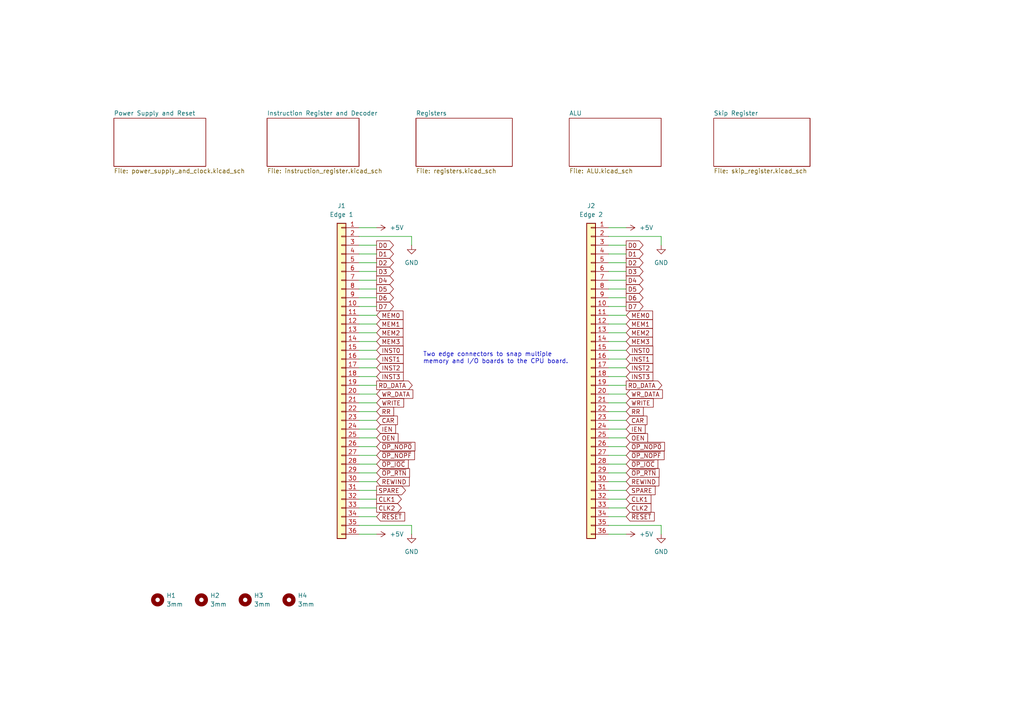
<source format=kicad_sch>
(kicad_sch (version 20231120) (generator "eeschema") (generator_version "8.0")
  (paper "A4")
  (title_block (title "UE14500 TTL 1-bit Microprocessor") (date "2025") (rev "1") (comment 1 "Copyright (c) 2025 Rhys Weatherley") (comment 3 "Edge Connectors"))
  (lib_symbols
    (symbol "Connector_Generic:Conn_01x36" (pin_names (offset 1.016) hide)
      (property "Reference" "J" (at 0 45.72 0))
      (property "Value" "Conn_01x36" (at 0 -48.26 0))
      (symbol "Conn_01x36_1_1"
        (rectangle (start -1.27 -45.593) (end 0 -45.847) (stroke (width 0.1524)))
        (rectangle (start -1.27 -43.053) (end 0 -43.307) (stroke (width 0.1524)))
        (rectangle (start -1.27 -40.513) (end 0 -40.767) (stroke (width 0.1524)))
        (rectangle (start -1.27 -37.973) (end 0 -38.227) (stroke (width 0.1524)))
        (rectangle (start -1.27 -35.433) (end 0 -35.687) (stroke (width 0.1524)))
        (rectangle (start -1.27 -32.893) (end 0 -33.147) (stroke (width 0.1524)))
        (rectangle (start -1.27 -30.353) (end 0 -30.607) (stroke (width 0.1524)))
        (rectangle (start -1.27 -27.813) (end 0 -28.067) (stroke (width 0.1524)))
        (rectangle (start -1.27 -25.273) (end 0 -25.527) (stroke (width 0.1524)))
        (rectangle (start -1.27 -22.733) (end 0 -22.987) (stroke (width 0.1524)))
        (rectangle (start -1.27 -20.193) (end 0 -20.447) (stroke (width 0.1524)))
        (rectangle (start -1.27 -17.653) (end 0 -17.907) (stroke (width 0.1524)))
        (rectangle (start -1.27 -15.113) (end 0 -15.367) (stroke (width 0.1524)))
        (rectangle (start -1.27 -12.573) (end 0 -12.827) (stroke (width 0.1524)))
        (rectangle (start -1.27 -10.033) (end 0 -10.287) (stroke (width 0.1524)))
        (rectangle (start -1.27 -7.493) (end 0 -7.747) (stroke (width 0.1524)))
        (rectangle (start -1.27 -4.953) (end 0 -5.207) (stroke (width 0.1524)))
        (rectangle (start -1.27 -2.413) (end 0 -2.667) (stroke (width 0.1524)))
        (rectangle (start -1.27 0.127) (end 0 -0.127) (stroke (width 0.1524)))
        (rectangle (start -1.27 2.667) (end 0 2.413) (stroke (width 0.1524)))
        (rectangle (start -1.27 5.207) (end 0 4.953) (stroke (width 0.1524)))
        (rectangle (start -1.27 7.747) (end 0 7.493) (stroke (width 0.1524)))
        (rectangle (start -1.27 10.287) (end 0 10.033) (stroke (width 0.1524)))
        (rectangle (start -1.27 12.827) (end 0 12.573) (stroke (width 0.1524)))
        (rectangle (start -1.27 15.367) (end 0 15.113) (stroke (width 0.1524)))
        (rectangle (start -1.27 17.907) (end 0 17.653) (stroke (width 0.1524)))
        (rectangle (start -1.27 20.447) (end 0 20.193) (stroke (width 0.1524)))
        (rectangle (start -1.27 22.987) (end 0 22.733) (stroke (width 0.1524)))
        (rectangle (start -1.27 25.527) (end 0 25.273) (stroke (width 0.1524)))
        (rectangle (start -1.27 28.067) (end 0 27.813) (stroke (width 0.1524)))
        (rectangle (start -1.27 30.607) (end 0 30.353) (stroke (width 0.1524)))
        (rectangle (start -1.27 33.147) (end 0 32.893) (stroke (width 0.1524)))
        (rectangle (start -1.27 35.687) (end 0 35.433) (stroke (width 0.1524)))
        (rectangle (start -1.27 38.227) (end 0 37.973) (stroke (width 0.1524)))
        (rectangle (start -1.27 40.767) (end 0 40.513) (stroke (width 0.1524)))
        (rectangle (start -1.27 43.307) (end 0 43.053) (stroke (width 0.1524)))
        (rectangle (start -1.27 44.45) (end 1.27 -46.99) (stroke (width 0.254)) (fill (type background)))
        (pin passive line (at -5.08 43.18 0) (length 3.81) (name "Pin_1") (number "1"))
        (pin passive line (at -5.08 20.32 0) (length 3.81) (name "Pin_10") (number "10"))
        (pin passive line (at -5.08 17.78 0) (length 3.81) (name "Pin_11") (number "11"))
        (pin passive line (at -5.08 15.24 0) (length 3.81) (name "Pin_12") (number "12"))
        (pin passive line (at -5.08 12.7 0) (length 3.81) (name "Pin_13") (number "13"))
        (pin passive line (at -5.08 10.16 0) (length 3.81) (name "Pin_14") (number "14"))
        (pin passive line (at -5.08 7.62 0) (length 3.81) (name "Pin_15") (number "15"))
        (pin passive line (at -5.08 5.08 0) (length 3.81) (name "Pin_16") (number "16"))
        (pin passive line (at -5.08 2.54 0) (length 3.81) (name "Pin_17") (number "17"))
        (pin passive line (at -5.08 0 0) (length 3.81) (name "Pin_18") (number "18"))
        (pin passive line (at -5.08 -2.54 0) (length 3.81) (name "Pin_19") (number "19"))
        (pin passive line (at -5.08 40.64 0) (length 3.81) (name "Pin_2") (number "2"))
        (pin passive line (at -5.08 -5.08 0) (length 3.81) (name "Pin_20") (number "20"))
        (pin passive line (at -5.08 -7.62 0) (length 3.81) (name "Pin_21") (number "21"))
        (pin passive line (at -5.08 -10.16 0) (length 3.81) (name "Pin_22") (number "22"))
        (pin passive line (at -5.08 -12.7 0) (length 3.81) (name "Pin_23") (number "23"))
        (pin passive line (at -5.08 -15.24 0) (length 3.81) (name "Pin_24") (number "24"))
        (pin passive line (at -5.08 -17.78 0) (length 3.81) (name "Pin_25") (number "25"))
        (pin passive line (at -5.08 -20.32 0) (length 3.81) (name "Pin_26") (number "26"))
        (pin passive line (at -5.08 -22.86 0) (length 3.81) (name "Pin_27") (number "27"))
        (pin passive line (at -5.08 -25.4 0) (length 3.81) (name "Pin_28") (number "28"))
        (pin passive line (at -5.08 -27.94 0) (length 3.81) (name "Pin_29") (number "29"))
        (pin passive line (at -5.08 38.1 0) (length 3.81) (name "Pin_3") (number "3"))
        (pin passive line (at -5.08 -30.48 0) (length 3.81) (name "Pin_30") (number "30"))
        (pin passive line (at -5.08 -33.02 0) (length 3.81) (name "Pin_31") (number "31"))
        (pin passive line (at -5.08 -35.56 0) (length 3.81) (name "Pin_32") (number "32"))
        (pin passive line (at -5.08 -38.1 0) (length 3.81) (name "Pin_33") (number "33"))
        (pin passive line (at -5.08 -40.64 0) (length 3.81) (name "Pin_34") (number "34"))
        (pin passive line (at -5.08 -43.18 0) (length 3.81) (name "Pin_35") (number "35"))
        (pin passive line (at -5.08 -45.72 0) (length 3.81) (name "Pin_36") (number "36"))
        (pin passive line (at -5.08 35.56 0) (length 3.81) (name "Pin_4") (number "4"))
        (pin passive line (at -5.08 33.02 0) (length 3.81) (name "Pin_5") (number "5"))
        (pin passive line (at -5.08 30.48 0) (length 3.81) (name "Pin_6") (number "6"))
        (pin passive line (at -5.08 27.94 0) (length 3.81) (name "Pin_7") (number "7"))
        (pin passive line (at -5.08 25.4 0) (length 3.81) (name "Pin_8") (number "8"))
        (pin passive line (at -5.08 22.86 0) (length 3.81) (name "Pin_9") (number "9"))
      )
    )
    (symbol "Mechanical:MountingHole" (pin_names (offset 1.016)) (exclude_from_sim yes) (in_bom no)
      (property "Reference" "H" (at 0 5.08 0))
      (property "Value" "MountingHole" (at 0 3.175 0))
      (symbol "MountingHole_0_1"
        (circle (center 0 0) (radius 1.27) (stroke (width 1.27)))
      )
    )
    (symbol "power:+5V" (power) (pin_numbers hide) (pin_names (offset 0) hide)
      (property "Value" "+5V" (at 0 3.556 0))
      (symbol "+5V_0_1"
        (polyline (pts (xy -0.762 1.27) (xy 0 2.54)))
        (polyline (pts (xy 0 0) (xy 0 2.54)))
        (polyline (pts (xy 0 2.54) (xy 0.762 1.27)))
      )
      (symbol "+5V_1_1"
        (pin power_in line (at 0 0 90) (length 0) (name "~") (number "1"))
      )
    )
    (symbol "power:GND" (power) (pin_numbers hide) (pin_names (offset 0) hide)
      (property "Value" "GND" (at 0 -3.81 0))
      (symbol "GND_0_1"
        (polyline (pts (xy 0 0) (xy 0 -1.27) (xy 1.27 -1.27) (xy 0 -2.54) (xy -1.27 -1.27) (xy 0 -1.27)))
      )
      (symbol "GND_1_1"
        (pin power_in line (at 0 0 270) (length 0) (name "~") (number "1"))
      )
    )
  )
  (wire (pts (xy 104.14 81.28) (xy 109.22 81.28)))
  (wire (pts (xy 191.77 68.58) (xy 176.53 68.58)))
  (wire (pts (xy 104.14 132.08) (xy 109.22 132.08)))
  (wire (pts (xy 176.53 73.66) (xy 181.61 73.66)))
  (wire (pts (xy 176.53 142.24) (xy 181.61 142.24)))
  (wire (pts (xy 119.38 71.12) (xy 119.38 68.58)))
  (wire (pts (xy 104.14 147.32) (xy 109.22 147.32)))
  (wire (pts (xy 176.53 96.52) (xy 181.61 96.52)))
  (wire (pts (xy 176.53 106.68) (xy 181.61 106.68)))
  (wire (pts (xy 176.53 147.32) (xy 181.61 147.32)))
  (wire (pts (xy 176.53 86.36) (xy 181.61 86.36)))
  (wire (pts (xy 104.14 142.24) (xy 109.22 142.24)))
  (wire (pts (xy 176.53 104.14) (xy 181.61 104.14)))
  (wire (pts (xy 104.14 76.2) (xy 109.22 76.2)))
  (wire (pts (xy 119.38 154.94) (xy 119.38 152.4)))
  (wire (pts (xy 104.14 96.52) (xy 109.22 96.52)))
  (wire (pts (xy 176.53 132.08) (xy 181.61 132.08)))
  (wire (pts (xy 104.14 119.38) (xy 109.22 119.38)))
  (wire (pts (xy 104.14 93.98) (xy 109.22 93.98)))
  (wire (pts (xy 176.53 149.86) (xy 181.61 149.86)))
  (wire (pts (xy 176.53 71.12) (xy 181.61 71.12)))
  (wire (pts (xy 176.53 114.3) (xy 181.61 114.3)))
  (wire (pts (xy 176.53 76.2) (xy 181.61 76.2)))
  (wire (pts (xy 176.53 99.06) (xy 181.61 99.06)))
  (wire (pts (xy 104.14 129.54) (xy 109.22 129.54)))
  (wire (pts (xy 176.53 129.54) (xy 181.61 129.54)))
  (wire (pts (xy 119.38 68.58) (xy 104.14 68.58)))
  (wire (pts (xy 176.53 154.94) (xy 181.61 154.94)))
  (wire (pts (xy 119.38 152.4) (xy 104.14 152.4)))
  (wire (pts (xy 191.77 71.12) (xy 191.77 68.58)))
  (wire (pts (xy 176.53 109.22) (xy 181.61 109.22)))
  (wire (pts (xy 176.53 144.78) (xy 181.61 144.78)))
  (wire (pts (xy 104.14 66.04) (xy 109.22 66.04)))
  (wire (pts (xy 104.14 71.12) (xy 109.22 71.12)))
  (wire (pts (xy 176.53 121.92) (xy 181.61 121.92)))
  (wire (pts (xy 191.77 154.94) (xy 191.77 152.4)))
  (wire (pts (xy 104.14 104.14) (xy 109.22 104.14)))
  (wire (pts (xy 104.14 149.86) (xy 109.22 149.86)))
  (wire (pts (xy 104.14 109.22) (xy 109.22 109.22)))
  (wire (pts (xy 104.14 134.62) (xy 109.22 134.62)))
  (wire (pts (xy 104.14 144.78) (xy 109.22 144.78)))
  (wire (pts (xy 104.14 116.84) (xy 109.22 116.84)))
  (wire (pts (xy 176.53 78.74) (xy 181.61 78.74)))
  (wire (pts (xy 176.53 137.16) (xy 181.61 137.16)))
  (wire (pts (xy 176.53 81.28) (xy 181.61 81.28)))
  (wire (pts (xy 104.14 127) (xy 109.22 127)))
  (wire (pts (xy 104.14 73.66) (xy 109.22 73.66)))
  (wire (pts (xy 176.53 93.98) (xy 181.61 93.98)))
  (wire (pts (xy 104.14 106.68) (xy 109.22 106.68)))
  (wire (pts (xy 104.14 124.46) (xy 109.22 124.46)))
  (wire (pts (xy 104.14 101.6) (xy 109.22 101.6)))
  (wire (pts (xy 176.53 124.46) (xy 181.61 124.46)))
  (wire (pts (xy 104.14 111.76) (xy 109.22 111.76)))
  (wire (pts (xy 176.53 88.9) (xy 181.61 88.9)))
  (wire (pts (xy 176.53 134.62) (xy 181.61 134.62)))
  (wire (pts (xy 176.53 119.38) (xy 181.61 119.38)))
  (wire (pts (xy 176.53 116.84) (xy 181.61 116.84)))
  (wire (pts (xy 104.14 88.9) (xy 109.22 88.9)))
  (wire (pts (xy 176.53 127) (xy 181.61 127)))
  (wire (pts (xy 176.53 111.76) (xy 181.61 111.76)))
  (wire (pts (xy 176.53 83.82) (xy 181.61 83.82)))
  (wire (pts (xy 104.14 154.94) (xy 109.22 154.94)))
  (wire (pts (xy 176.53 66.04) (xy 181.61 66.04)))
  (wire (pts (xy 176.53 101.6) (xy 181.61 101.6)))
  (wire (pts (xy 176.53 91.44) (xy 181.61 91.44)))
  (wire (pts (xy 104.14 99.06) (xy 109.22 99.06)))
  (wire (pts (xy 104.14 91.44) (xy 109.22 91.44)))
  (wire (pts (xy 104.14 139.7) (xy 109.22 139.7)))
  (wire (pts (xy 191.77 152.4) (xy 176.53 152.4)))
  (wire (pts (xy 176.53 139.7) (xy 181.61 139.7)))
  (wire (pts (xy 104.14 86.36) (xy 109.22 86.36)))
  (wire (pts (xy 104.14 83.82) (xy 109.22 83.82)))
  (wire (pts (xy 104.14 121.92) (xy 109.22 121.92)))
  (wire (pts (xy 104.14 78.74) (xy 109.22 78.74)))
  (wire (pts (xy 104.14 114.3) (xy 109.22 114.3)))
  (wire (pts (xy 104.14 137.16) (xy 109.22 137.16)))
  (text "Two edge connectors to snap multiple\nmemory and I/O boards to the CPU board." (at 122.682 103.886 0) (effects (font (size 1.27 1.27)) (justify left)))
  (global_label "CAR" (shape input) (at 109.22 121.92 0) (property "Intersheetrefs" "${INTERSHEET_REFS}" (effects (hide yes))))
  (global_label "CLK1" (shape input) (at 181.61 144.78 0) (property "Intersheetrefs" "${INTERSHEET_REFS}" (effects (hide yes))))
  (global_label "SPARE" (shape input) (at 181.61 142.24 0) (property "Intersheetrefs" "${INTERSHEET_REFS}" (effects (hide yes))))
  (global_label "INST2" (shape input) (at 181.61 106.68 0) (property "Intersheetrefs" "${INTERSHEET_REFS}" (effects (hide yes))))
  (global_label "~{OP_NOPF}" (shape input) (at 181.61 132.08 0) (property "Intersheetrefs" "${INTERSHEET_REFS}" (effects (hide yes))))
  (global_label "~{OP_NOPF}" (shape input) (at 109.22 132.08 0) (property "Intersheetrefs" "${INTERSHEET_REFS}" (effects (hide yes))))
  (global_label "REWIND" (shape input) (at 181.61 139.7 0) (property "Intersheetrefs" "${INTERSHEET_REFS}" (effects (hide yes))))
  (global_label "~{RESET}" (shape input) (at 109.22 149.86 0) (property "Intersheetrefs" "${INTERSHEET_REFS}" (effects (hide yes))))
  (global_label "INST3" (shape input) (at 181.61 109.22 0) (property "Intersheetrefs" "${INTERSHEET_REFS}" (effects (hide yes))))
  (global_label "D0" (shape output) (at 181.61 71.12 0) (property "Intersheetrefs" "${INTERSHEET_REFS}" (effects (hide yes))))
  (global_label "D2" (shape output) (at 109.22 76.2 0) (property "Intersheetrefs" "${INTERSHEET_REFS}" (effects (hide yes))))
  (global_label "D4" (shape output) (at 109.22 81.28 0) (property "Intersheetrefs" "${INTERSHEET_REFS}" (effects (hide yes))))
  (global_label "RR" (shape input) (at 109.22 119.38 0) (property "Intersheetrefs" "${INTERSHEET_REFS}" (effects (hide yes))))
  (global_label "MEM1" (shape input) (at 109.22 93.98 0) (property "Intersheetrefs" "${INTERSHEET_REFS}" (effects (hide yes))))
  (global_label "MEM1" (shape input) (at 181.61 93.98 0) (property "Intersheetrefs" "${INTERSHEET_REFS}" (effects (hide yes))))
  (global_label "~{OP_RTN}" (shape input) (at 181.61 137.16 0) (property "Intersheetrefs" "${INTERSHEET_REFS}" (effects (hide yes))))
  (global_label "INST0" (shape input) (at 109.22 101.6 0) (property "Intersheetrefs" "${INTERSHEET_REFS}" (effects (hide yes))))
  (global_label "RD_DATA" (shape output) (at 181.61 111.76 0) (property "Intersheetrefs" "${INTERSHEET_REFS}" (effects (hide yes))))
  (global_label "CAR" (shape input) (at 181.61 121.92 0) (property "Intersheetrefs" "${INTERSHEET_REFS}" (effects (hide yes))))
  (global_label "~{OP_IOC}" (shape input) (at 181.61 134.62 0) (property "Intersheetrefs" "${INTERSHEET_REFS}" (effects (hide yes))))
  (global_label "WR_DATA" (shape input) (at 109.22 114.3 0) (property "Intersheetrefs" "${INTERSHEET_REFS}" (effects (hide yes))))
  (global_label "WR_DATA" (shape input) (at 181.61 114.3 0) (property "Intersheetrefs" "${INTERSHEET_REFS}" (effects (hide yes))))
  (global_label "D6" (shape output) (at 181.61 86.36 0) (property "Intersheetrefs" "${INTERSHEET_REFS}" (effects (hide yes))))
  (global_label "CLK1" (shape output) (at 109.22 144.78 0) (property "Intersheetrefs" "${INTERSHEET_REFS}" (effects (hide yes))))
  (global_label "OEN" (shape input) (at 181.61 127 0) (property "Intersheetrefs" "${INTERSHEET_REFS}" (effects (hide yes))))
  (global_label "D7" (shape output) (at 109.22 88.9 0) (property "Intersheetrefs" "${INTERSHEET_REFS}" (effects (hide yes))))
  (global_label "D3" (shape output) (at 109.22 78.74 0) (property "Intersheetrefs" "${INTERSHEET_REFS}" (effects (hide yes))))
  (global_label "D1" (shape output) (at 109.22 73.66 0) (property "Intersheetrefs" "${INTERSHEET_REFS}" (effects (hide yes))))
  (global_label "D1" (shape output) (at 181.61 73.66 0) (property "Intersheetrefs" "${INTERSHEET_REFS}" (effects (hide yes))))
  (global_label "RD_DATA" (shape output) (at 109.22 111.76 0) (property "Intersheetrefs" "${INTERSHEET_REFS}" (effects (hide yes))))
  (global_label "MEM0" (shape input) (at 181.61 91.44 0) (property "Intersheetrefs" "${INTERSHEET_REFS}" (effects (hide yes))))
  (global_label "REWIND" (shape input) (at 109.22 139.7 0) (property "Intersheetrefs" "${INTERSHEET_REFS}" (effects (hide yes))))
  (global_label "D4" (shape output) (at 181.61 81.28 0) (property "Intersheetrefs" "${INTERSHEET_REFS}" (effects (hide yes))))
  (global_label "~{RESET}" (shape input) (at 181.61 149.86 0) (property "Intersheetrefs" "${INTERSHEET_REFS}" (effects (hide yes))))
  (global_label "INST0" (shape input) (at 181.61 101.6 0) (property "Intersheetrefs" "${INTERSHEET_REFS}" (effects (hide yes))))
  (global_label "~{OP_NOP0}" (shape input) (at 109.22 129.54 0) (property "Intersheetrefs" "${INTERSHEET_REFS}" (effects (hide yes))))
  (global_label "D0" (shape output) (at 109.22 71.12 0) (property "Intersheetrefs" "${INTERSHEET_REFS}" (effects (hide yes))))
  (global_label "MEM0" (shape input) (at 109.22 91.44 0) (property "Intersheetrefs" "${INTERSHEET_REFS}" (effects (hide yes))))
  (global_label "MEM3" (shape input) (at 109.22 99.06 0) (property "Intersheetrefs" "${INTERSHEET_REFS}" (effects (hide yes))))
  (global_label "~{OP_NOP0}" (shape input) (at 181.61 129.54 0) (property "Intersheetrefs" "${INTERSHEET_REFS}" (effects (hide yes))))
  (global_label "SPARE" (shape output) (at 109.22 142.24 0) (property "Intersheetrefs" "${INTERSHEET_REFS}" (effects (hide yes))))
  (global_label "RR" (shape input) (at 181.61 119.38 0) (property "Intersheetrefs" "${INTERSHEET_REFS}" (effects (hide yes))))
  (global_label "IEN" (shape input) (at 109.22 124.46 0) (property "Intersheetrefs" "${INTERSHEET_REFS}" (effects (hide yes))))
  (global_label "~{OP_IOC}" (shape input) (at 109.22 134.62 0) (property "Intersheetrefs" "${INTERSHEET_REFS}" (effects (hide yes))))
  (global_label "CLK2" (shape output) (at 109.22 147.32 0) (property "Intersheetrefs" "${INTERSHEET_REFS}" (effects (hide yes))))
  (global_label "MEM3" (shape input) (at 181.61 99.06 0) (property "Intersheetrefs" "${INTERSHEET_REFS}" (effects (hide yes))))
  (global_label "CLK2" (shape input) (at 181.61 147.32 0) (property "Intersheetrefs" "${INTERSHEET_REFS}" (effects (hide yes))))
  (global_label "D5" (shape output) (at 109.22 83.82 0) (property "Intersheetrefs" "${INTERSHEET_REFS}" (effects (hide yes))))
  (global_label "MEM2" (shape input) (at 181.61 96.52 0) (property "Intersheetrefs" "${INTERSHEET_REFS}" (effects (hide yes))))
  (global_label "D5" (shape output) (at 181.61 83.82 0) (property "Intersheetrefs" "${INTERSHEET_REFS}" (effects (hide yes))))
  (global_label "INST3" (shape input) (at 109.22 109.22 0) (property "Intersheetrefs" "${INTERSHEET_REFS}" (effects (hide yes))))
  (global_label "D6" (shape output) (at 109.22 86.36 0) (property "Intersheetrefs" "${INTERSHEET_REFS}" (effects (hide yes))))
  (global_label "MEM2" (shape input) (at 109.22 96.52 0) (property "Intersheetrefs" "${INTERSHEET_REFS}" (effects (hide yes))))
  (global_label "WRITE" (shape input) (at 181.61 116.84 0) (property "Intersheetrefs" "${INTERSHEET_REFS}" (effects (hide yes))))
  (global_label "OEN" (shape input) (at 109.22 127 0) (property "Intersheetrefs" "${INTERSHEET_REFS}" (effects (hide yes))))
  (global_label "D3" (shape output) (at 181.61 78.74 0) (property "Intersheetrefs" "${INTERSHEET_REFS}" (effects (hide yes))))
  (global_label "WRITE" (shape input) (at 109.22 116.84 0) (property "Intersheetrefs" "${INTERSHEET_REFS}" (effects (hide yes))))
  (global_label "D7" (shape output) (at 181.61 88.9 0) (property "Intersheetrefs" "${INTERSHEET_REFS}" (effects (hide yes))))
  (global_label "INST1" (shape input) (at 181.61 104.14 0) (property "Intersheetrefs" "${INTERSHEET_REFS}" (effects (hide yes))))
  (global_label "INST1" (shape input) (at 109.22 104.14 0) (property "Intersheetrefs" "${INTERSHEET_REFS}" (effects (hide yes))))
  (global_label "D2" (shape output) (at 181.61 76.2 0) (property "Intersheetrefs" "${INTERSHEET_REFS}" (effects (hide yes))))
  (global_label "INST2" (shape input) (at 109.22 106.68 0) (property "Intersheetrefs" "${INTERSHEET_REFS}" (effects (hide yes))))
  (global_label "~{OP_RTN}" (shape input) (at 109.22 137.16 0) (property "Intersheetrefs" "${INTERSHEET_REFS}" (effects (hide yes))))
  (global_label "IEN" (shape input) (at 181.61 124.46 0) (property "Intersheetrefs" "${INTERSHEET_REFS}" (effects (hide yes))))
  (symbol (lib_id "power:GND") (at 191.77 71.12 0) (unit 1)
    (property "Reference" "#PWR7" (effects (hide yes)))
    (property "Value" "GND" (at 191.77 76.2 0))
    (property "Description" "Power symbol creates a global label with name \"GND\" , ground" (effects (hide yes)))
  )
  (symbol (lib_id "power:+5V") (at 181.61 66.04 270) (unit 1)
    (property "Reference" "#PWR5" (effects (hide yes)))
    (property "Value" "+5V" (at 185.42 66.0399 90) (effects (justify left)))
    (property "Description" "Power symbol creates a global label with name \"+5V\"" (effects (hide yes)))
  )
  (symbol (lib_id "Connector_Generic:Conn_01x36") (at 99.06 109.22 0) (mirror y) (unit 1)
    (property "Reference" "J1" (at 99.06 59.69 0))
    (property "Value" "Edge 1" (at 99.06 62.23 0))
    (property "Footprint" "Connector_PinSocket_2.54mm:PinSocket_1x36_P2.54mm_Horizontal" (effects (hide yes)))
    (property "Description" "Generic connector, single row, 01x36, script generated (kicad-library-utils/schlib/autogen/connector/)" (effects (hide yes)))
  )
  (symbol (lib_id "Connector_Generic:Conn_01x36") (at 171.45 109.22 0) (mirror y) (unit 1)
    (property "Reference" "J2" (at 171.45 59.69 0))
    (property "Value" "Edge 2" (at 171.45 62.23 0))
    (property "Footprint" "Connector_PinHeader_2.54mm:PinHeader_1x36_P2.54mm_Horizontal" (effects (hide yes)))
    (property "Description" "Generic connector, single row, 01x36, script generated (kicad-library-utils/schlib/autogen/connector/)" (effects (hide yes)))
  )
  (symbol (lib_id "power:GND") (at 191.77 154.94 0) (unit 1)
    (property "Reference" "#PWR8" (effects (hide yes)))
    (property "Value" "GND" (at 191.77 160.02 0))
    (property "Description" "Power symbol creates a global label with name \"GND\" , ground" (effects (hide yes)))
  )
  (symbol (lib_id "power:GND") (at 119.38 71.12 0) (unit 1)
    (property "Reference" "#PWR3" (effects (hide yes)))
    (property "Value" "GND" (at 119.38 76.2 0))
    (property "Description" "Power symbol creates a global label with name \"GND\" , ground" (effects (hide yes)))
  )
  (symbol (lib_id "power:+5V") (at 109.22 66.04 270) (unit 1)
    (property "Reference" "#PWR1" (effects (hide yes)))
    (property "Value" "+5V" (at 113.03 66.0399 90) (effects (justify left)))
    (property "Description" "Power symbol creates a global label with name \"+5V\"" (effects (hide yes)))
  )
  (symbol (lib_id "Mechanical:MountingHole") (at 71.12 173.99 0) (unit 1) (exclude_from_sim yes) (in_bom no)
    (property "Reference" "H3" (at 73.66 172.7199 0) (effects (justify left)))
    (property "Value" "3mm" (at 73.66 175.2599 0) (effects (justify left)))
    (property "Footprint" "MountingHole:MountingHole_3mm" (effects (hide yes)))
    (property "Description" "Mounting Hole without connection" (effects (hide yes)))
  )
  (symbol (lib_id "power:GND") (at 119.38 154.94 0) (unit 1)
    (property "Reference" "#PWR4" (effects (hide yes)))
    (property "Value" "GND" (at 119.38 160.02 0))
    (property "Description" "Power symbol creates a global label with name \"GND\" , ground" (effects (hide yes)))
  )
  (symbol (lib_id "Mechanical:MountingHole") (at 45.72 173.99 0) (unit 1) (exclude_from_sim yes) (in_bom no)
    (property "Reference" "H1" (at 48.26 172.7199 0) (effects (justify left)))
    (property "Value" "3mm" (at 48.26 175.2599 0) (effects (justify left)))
    (property "Footprint" "MountingHole:MountingHole_3mm" (effects (hide yes)))
    (property "Description" "Mounting Hole without connection" (effects (hide yes)))
  )
  (symbol (lib_id "Mechanical:MountingHole") (at 83.82 173.99 0) (unit 1) (exclude_from_sim yes) (in_bom no)
    (property "Reference" "H4" (at 86.36 172.7199 0) (effects (justify left)))
    (property "Value" "3mm" (at 86.36 175.2599 0) (effects (justify left)))
    (property "Footprint" "MountingHole:MountingHole_3mm" (effects (hide yes)))
    (property "Description" "Mounting Hole without connection" (effects (hide yes)))
  )
  (symbol (lib_id "power:+5V") (at 181.61 154.94 270) (unit 1)
    (property "Reference" "#PWR6" (effects (hide yes)))
    (property "Value" "+5V" (at 185.42 154.9399 90) (effects (justify left)))
    (property "Description" "Power symbol creates a global label with name \"+5V\"" (effects (hide yes)))
  )
  (symbol (lib_id "power:+5V") (at 109.22 154.94 270) (unit 1)
    (property "Reference" "#PWR2" (effects (hide yes)))
    (property "Value" "+5V" (at 113.03 154.9399 90) (effects (justify left)))
    (property "Description" "Power symbol creates a global label with name \"+5V\"" (effects (hide yes)))
  )
  (symbol (lib_id "Mechanical:MountingHole") (at 58.42 173.99 0) (unit 1) (exclude_from_sim yes) (in_bom no)
    (property "Reference" "H2" (at 60.96 172.7199 0) (effects (justify left)))
    (property "Value" "3mm" (at 60.96 175.2599 0) (effects (justify left)))
    (property "Footprint" "MountingHole:MountingHole_3mm" (effects (hide yes)))
    (property "Description" "Mounting Hole without connection" (effects (hide yes)))
  )
  (sheet (at 165.1 34.29) (size 26.67 13.97) (stroke (width 0.1524))
    (property "Sheetname" "ALU" (at 165.1 33.5784 0) (effects (justify left bottom)))
    (property "Sheetfile" "ALU.kicad_sch" (at 165.1 48.8446 0) (effects (justify left top)))
  )
  (sheet (at 207.01 34.29) (size 27.94 13.97) (stroke (width 0.1524))
    (property "Sheetname" "Skip Register" (at 207.01 33.5784 0) (effects (justify left bottom)))
    (property "Sheetfile" "skip_register.kicad_sch" (at 207.01 48.8446 0) (effects (justify left top)))
  )
  (sheet (at 33.02 34.29) (size 26.67 13.97) (stroke (width 0.1524))
    (property "Sheetname" "Power Supply and Reset" (at 33.02 33.5784 0) (effects (justify left bottom)))
    (property "Sheetfile" "power_supply_and_clock.kicad_sch" (at 33.02 48.8446 0) (effects (justify left top)))
  )
  (sheet (at 77.47 34.29) (size 26.67 13.97) (stroke (width 0.1524))
    (property "Sheetname" "Instruction Register and Decoder" (at 77.47 33.5784 0) (effects (justify left bottom)))
    (property "Sheetfile" "instruction_register.kicad_sch" (at 77.47 48.8446 0) (effects (justify left top)))
  )
  (sheet (at 120.65 34.29) (size 27.94 13.97) (stroke (width 0.1524))
    (property "Sheetname" "Registers" (at 120.65 33.5784 0) (effects (justify left bottom)))
    (property "Sheetfile" "registers.kicad_sch" (at 120.65 48.8446 0) (effects (justify left top)))
  )
)
</source>
